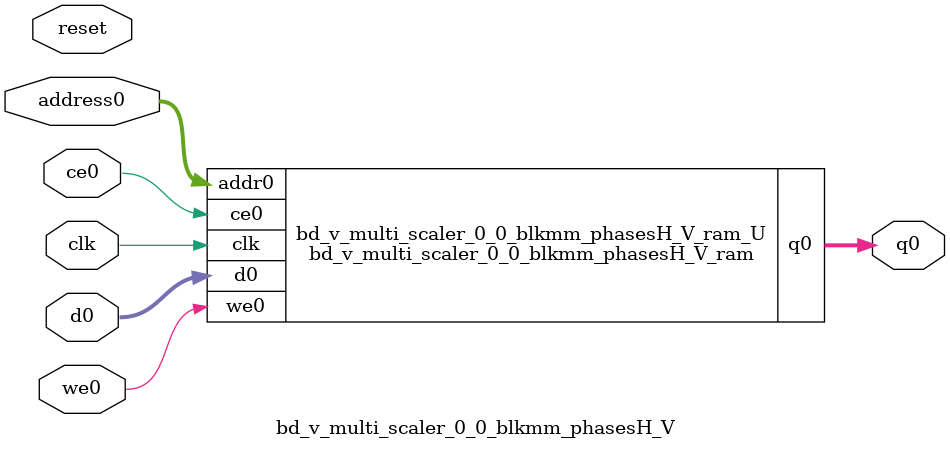
<source format=v>
`timescale 1 ns / 1 ps
module bd_v_multi_scaler_0_0_blkmm_phasesH_V_ram (addr0, ce0, d0, we0, q0,  clk);

parameter DWIDTH = 18;
parameter AWIDTH = 11;
parameter MEM_SIZE = 1920;

input[AWIDTH-1:0] addr0;
input ce0;
input[DWIDTH-1:0] d0;
input we0;
output reg[DWIDTH-1:0] q0;
input clk;

reg [DWIDTH-1:0] ram[0:MEM_SIZE-1];




always @(posedge clk)  
begin 
    if (ce0) begin
        if (we0) 
            ram[addr0] <= d0; 
        q0 <= ram[addr0];
    end
end


endmodule

`timescale 1 ns / 1 ps
module bd_v_multi_scaler_0_0_blkmm_phasesH_V(
    reset,
    clk,
    address0,
    ce0,
    we0,
    d0,
    q0);

parameter DataWidth = 32'd18;
parameter AddressRange = 32'd1920;
parameter AddressWidth = 32'd11;
input reset;
input clk;
input[AddressWidth - 1:0] address0;
input ce0;
input we0;
input[DataWidth - 1:0] d0;
output[DataWidth - 1:0] q0;



bd_v_multi_scaler_0_0_blkmm_phasesH_V_ram bd_v_multi_scaler_0_0_blkmm_phasesH_V_ram_U(
    .clk( clk ),
    .addr0( address0 ),
    .ce0( ce0 ),
    .we0( we0 ),
    .d0( d0 ),
    .q0( q0 ));

endmodule


</source>
